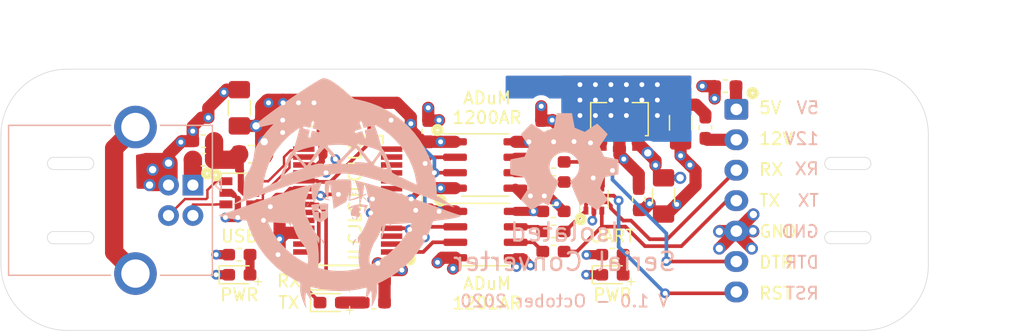
<source format=kicad_pcb>
(kicad_pcb (version 20171130) (host pcbnew "(5.1.7)-1")
  (layers (0 F.Cu signal) (1 In1.Cu power) (2 In2.Cu power) (31 B.Cu signal) (34 B.Paste user) (35 F.Paste user) (36 B.SilkS user) (37 F.SilkS user) (38 B.Mask user) (39 F.Mask user) (44 Edge.Cuts user))
  (net 0 "")
  (net 1 /V_USB_FUSED)
  (net 2 GNDREF)
  (net 3 "Net-(C2-Pad1)")
  (net 4 +5VL)
  (net 5 +5VP)
  (net 6 GND)
  (net 7 /Vin)
  (net 8 "Net-(D1-Pad2)")
  (net 9 "Net-(D2-Pad2)")
  (net 10 "Net-(D3-Pad2)")
  (net 11 "Net-(D4-Pad2)")
  (net 12 /V_USB)
  (net 13 "Net-(F2-Pad2)")
  (net 14 "Net-(F3-Pad2)")
  (net 15 "Net-(J1-Pad5)")
  (net 16 /DTR)
  (net 17 /RX_CONN)
  (net 18 /TX_CONN)
  (net 19 "Net-(R6-Pad2)")
  (net 20 /D-)
  (net 21 /D+)
  (net 22 /D_PROTECTED+)
  (net 23 /D_PROTECTED-)
  (net 24 /TXLED)
  (net 25 /RXLED)
  (net 26 /RST_PROTECTED)
  (net 27 /DTR_PROTECTED)
  (net 28 /RST)
  (net 29 "Net-(R8-Pad2)")
  (net 30 "Net-(R9-Pad2)")
  (net 31 /TX)
  (net 32 /RX)
  (net 33 "Net-(R7-Pad2)")
  (module Symbol:OSHW-Symbol_8.9x8mm_SilkScreen (layer B.Cu) (at 130.81 97.155 180)
    (fp_text reference REF** hide)
    (fp_text value OSHW-Symbol_8.9x8mm_SilkScreen hide)
  )
  (module megumin_logo:megumin_logo_20mmx18.9mm (layer B.Cu) (at 112.395 99.695 180)
    (fp_text reference G*** hide)
    (fp_text value LOGO hide)
  )
  (module Connector_JST:JST_XH_B7B-XH-A_1x07_P2.50mm_Vertical_noCourtyard (layer B.Cu) (at 144.907 92.837 270)
    (fp_text reference J2 hide)
    (fp_text value UART)
    (pad 7 thru_hole oval (at 15 0 270) (size 1.7 1.95) (drill 0.95) (layers *.Cu *.Mask) (net 26 /RST_PROTECTED))
    (pad 6 thru_hole oval (at 12.5 0 270) (size 1.7 1.95) (drill 0.95) (layers *.Cu *.Mask) (net 27 /DTR_PROTECTED))
    (pad 5 thru_hole oval (at 10 0 270) (size 1.7 1.95) (drill 0.95) (layers *.Cu *.Mask) (net 6 GND))
    (pad 4 thru_hole oval (at 7.5 0 270) (size 1.7 1.95) (drill 0.95) (layers *.Cu *.Mask) (net 18 /TX_CONN))
    (pad 3 thru_hole oval (at 5 0 270) (size 1.7 1.95) (drill 0.95) (layers *.Cu *.Mask) (net 17 /RX_CONN))
    (pad 2 thru_hole oval (at 2.5 0 270) (size 1.7 1.95) (drill 0.95) (layers *.Cu *.Mask) (net 13 "Net-(F2-Pad2)"))
    (pad 1 thru_hole roundrect (at 0 0 270) (size 1.7 1.95) (drill 0.95) (layers *.Cu *.Mask) (roundrect_rratio 0.1470588235294118) (net 14 "Net-(F3-Pad2)"))
  )
  (module Fuse:Fuse_0603_1608Metric_Pad1.05x0.95mm_HandSolder (layer F.Cu) (at 144.004 90.932)
    (fp_text reference F3 hide)
    (fp_text value "150 mA")
    (pad 1 smd roundrect (at -0.875 0) (size 1.05 0.95) (layers F.Cu F.Paste F.Mask) (net 5 +5VP))
    (pad 2 smd roundrect (at 0.875 0) (size 1.05 0.95) (layers F.Cu F.Paste F.Mask) (net 14 "Net-(F3-Pad2)"))
  )
  (module Fuse:Fuse_0603_1608Metric_Pad1.05x0.95mm_HandSolder (layer F.Cu) (at 142.367 94.347 270)
    (fp_text reference F2 hide)
    (fp_text value "150 mA")
    (pad 1 smd roundrect (at -0.875 0 270) (size 1.05 0.95) (layers F.Cu F.Paste F.Mask) (net 7 /Vin))
    (pad 2 smd roundrect (at 0.875 0 270) (size 1.05 0.95) (layers F.Cu F.Paste F.Mask) (net 13 "Net-(F2-Pad2)"))
  )
  (module Package_TO_SOT_SMD:SOT-89-3 (layer F.Cu) (at 135.3185 93.9415 90)
    (fp_text reference U6 hide)
    (fp_text value HT7550-1-SOT89)
    (pad 1 smd rect (at -1.65 -1.5 90) (size 1.3 0.9) (layers F.Cu F.Paste F.Mask) (net 6 GND))
    (pad 3 smd rect (at -1.65 1.5 90) (size 1.3 0.9) (layers F.Cu F.Paste F.Mask) (net 5 +5VP))
    (pad 2 smd custom (at -1.5625 0 90) (size 1.475 0.9) (layers F.Cu F.Paste F.Mask) (net 7 /Vin) (options (clearance outline) (anchor rect)) (primitives (gr_poly (pts (xy 0.7375 -0.8665) (xy 3.8625 -0.8665) (xy 3.8625 0.8665) (xy 0.7375 0.8665)) (width 0))))
  )
  (module Connector_USB:USB_B_OST_USB-B1HSxx_Horizontal (layer B.Cu) (at 100.33 99.06 180)
    (fp_text reference J1 hide)
    (fp_text value USB_B hide)
    (pad 1 thru_hole rect (at 0 0 180) (size 1.7 1.7) (drill 0.92) (layers *.Cu *.Mask) (net 12 /V_USB))
    (pad 2 thru_hole circle (at 0 -2.5 180) (size 1.7 1.7) (drill 0.92) (layers *.Cu *.Mask) (net 20 /D-))
    (pad 3 thru_hole circle (at 2 -2.5 180) (size 1.7 1.7) (drill 0.92) (layers *.Cu *.Mask) (net 21 /D+))
    (pad 4 thru_hole circle (at 2 0 180) (size 1.7 1.7) (drill 0.92) (layers *.Cu *.Mask) (net 2 GNDREF))
    (pad 5 thru_hole circle (at 4.71 4.77 180) (size 3.5 3.5) (drill 2.33) (layers *.Cu *.Mask) (net 15 "Net-(J1-Pad5)"))
    (pad 5 thru_hole circle (at 4.71 -7.27 180) (size 3.5 3.5) (drill 2.33) (layers *.Cu *.Mask) (net 15 "Net-(J1-Pad5)"))
  )
  (module Package_SO:SSOP-28_5.3x10.2mm_P0.65mm (layer F.Cu) (at 113.03 100.33 180)
    (fp_text reference U2 hide)
    (fp_text value FT232RL hide)
    (pad 1 smd rect (at -3.6 -4.225 180) (size 1.75 0.45) (layers F.Cu F.Paste F.Mask) (net 31 /TX))
    (pad 2 smd rect (at -3.6 -3.575 180) (size 1.75 0.45) (layers F.Cu F.Paste F.Mask) (net 16 /DTR))
    (pad 3 smd rect (at -3.6 -2.925 180) (size 1.75 0.45) (layers F.Cu F.Paste F.Mask))
    (pad 4 smd rect (at -3.6 -2.275 180) (size 1.75 0.45) (layers F.Cu F.Paste F.Mask) (net 4 +5VL))
    (pad 5 smd rect (at -3.6 -1.625 180) (size 1.75 0.45) (layers F.Cu F.Paste F.Mask) (net 32 /RX))
    (pad 6 smd rect (at -3.6 -0.975 180) (size 1.75 0.45) (layers F.Cu F.Paste F.Mask))
    (pad 7 smd rect (at -3.6 -0.325 180) (size 1.75 0.45) (layers F.Cu F.Paste F.Mask) (net 2 GNDREF))
    (pad 8 smd rect (at -3.6 0.325 180) (size 1.75 0.45) (layers F.Cu F.Paste F.Mask))
    (pad 9 smd rect (at -3.6 0.975 180) (size 1.75 0.45) (layers F.Cu F.Paste F.Mask))
    (pad 10 smd rect (at -3.6 1.625 180) (size 1.75 0.45) (layers F.Cu F.Paste F.Mask))
    (pad 11 smd rect (at -3.6 2.275 180) (size 1.75 0.45) (layers F.Cu F.Paste F.Mask))
    (pad 12 smd rect (at -3.6 2.925 180) (size 1.75 0.45) (layers F.Cu F.Paste F.Mask))
    (pad 13 smd rect (at -3.6 3.575 180) (size 1.75 0.45) (layers F.Cu F.Paste F.Mask))
    (pad 14 smd rect (at -3.6 4.225 180) (size 1.75 0.45) (layers F.Cu F.Paste F.Mask))
    (pad 15 smd rect (at 3.6 4.225 180) (size 1.75 0.45) (layers F.Cu F.Paste F.Mask) (net 22 /D_PROTECTED+))
    (pad 16 smd rect (at 3.6 3.575 180) (size 1.75 0.45) (layers F.Cu F.Paste F.Mask) (net 23 /D_PROTECTED-))
    (pad 17 smd rect (at 3.6 2.925 180) (size 1.75 0.45) (layers F.Cu F.Paste F.Mask) (net 3 "Net-(C2-Pad1)"))
    (pad 18 smd rect (at 3.6 2.275 180) (size 1.75 0.45) (layers F.Cu F.Paste F.Mask) (net 2 GNDREF))
    (pad 19 smd rect (at 3.6 1.625 180) (size 1.75 0.45) (layers F.Cu F.Paste F.Mask) (net 28 /RST))
    (pad 20 smd rect (at 3.6 0.975 180) (size 1.75 0.45) (layers F.Cu F.Paste F.Mask) (net 4 +5VL))
    (pad 21 smd rect (at 3.6 0.325 180) (size 1.75 0.45) (layers F.Cu F.Paste F.Mask) (net 2 GNDREF))
    (pad 22 smd rect (at 3.6 -0.325 180) (size 1.75 0.45) (layers F.Cu F.Paste F.Mask) (net 25 /RXLED))
    (pad 23 smd rect (at 3.6 -0.975 180) (size 1.75 0.45) (layers F.Cu F.Paste F.Mask) (net 24 /TXLED))
    (pad 24 smd rect (at 3.6 -1.625 180) (size 1.75 0.45) (layers F.Cu F.Paste F.Mask))
    (pad 25 smd rect (at 3.6 -2.275 180) (size 1.75 0.45) (layers F.Cu F.Paste F.Mask) (net 2 GNDREF))
    (pad 26 smd rect (at 3.6 -2.925 180) (size 1.75 0.45) (layers F.Cu F.Paste F.Mask) (net 2 GNDREF))
    (pad 27 smd rect (at 3.6 -3.575 180) (size 1.75 0.45) (layers F.Cu F.Paste F.Mask))
    (pad 28 smd rect (at 3.6 -4.225 180) (size 1.75 0.45) (layers F.Cu F.Paste F.Mask))
  )
  (module Capacitor_SMD:C_0603_1608Metric_Pad1.05x0.95mm_HandSolder (layer F.Cu) (at 101.1936 95.4532 180)
    (fp_text reference C1 hide)
    (fp_text value "100 nF")
    (pad 1 smd roundrect (at -0.875 0 180) (size 1.05 0.95) (layers F.Cu F.Paste F.Mask) (net 1 /V_USB_FUSED))
    (pad 2 smd roundrect (at 0.875 0 180) (size 1.05 0.95) (layers F.Cu F.Paste F.Mask) (net 2 GNDREF))
  )
  (module LED_SMD:LED_0603_1608Metric_Pad1.05x0.95mm_HandSolder (layer F.Cu) (at 104.14 106.426)
    (fp_text reference D1 hide)
    (fp_text value LED_P_A)
    (pad 2 smd roundrect (at 0.875 0) (size 1.05 0.95) (layers F.Cu F.Paste F.Mask) (net 8 "Net-(D1-Pad2)"))
    (pad 1 smd roundrect (at -0.875 0) (size 1.05 0.95) (layers F.Cu F.Paste F.Mask) (net 2 GNDREF))
  )
  (module Resistor_SMD:R_0603_1608Metric_Pad1.05x0.95mm_HandSolder (layer F.Cu) (at 104.14 104.775 180)
    (fp_text reference R1 hide)
    (fp_text value 3.3k)
    (pad 1 smd roundrect (at -0.875 0 180) (size 1.05 0.95) (layers F.Cu F.Paste F.Mask) (net 8 "Net-(D1-Pad2)"))
    (pad 2 smd roundrect (at 0.875 0 180) (size 1.05 0.95) (layers F.Cu F.Paste F.Mask) (net 4 +5VL))
  )
  (module Capacitor_SMD:C_1206_3216Metric_Pad1.42x1.75mm_HandSolder (layer F.Cu) (at 104.14 92.71 90)
    (fp_text reference C4 hide)
    (fp_text value "4.7 uF")
    (pad 1 smd roundrect (at -1.4875 0 90) (size 1.425 1.75) (layers F.Cu F.Paste F.Mask) (roundrect_rratio 0.1754385964912281) (net 4 +5VL))
    (pad 2 smd roundrect (at 1.4875 0 90) (size 1.425 1.75) (layers F.Cu F.Paste F.Mask) (roundrect_rratio 0.1754385964912281) (net 2 GNDREF))
  )
  (module Capacitor_SMD:C_0603_1608Metric_Pad1.05x0.95mm_HandSolder (layer F.Cu) (at 109.982 93.726 180)
    (fp_text reference C2 hide)
    (fp_text value "100 nF")
    (pad 2 smd roundrect (at 0.875 0 180) (size 1.05 0.95) (layers F.Cu F.Paste F.Mask) (net 2 GNDREF))
    (pad 1 smd roundrect (at -0.875 0 180) (size 1.05 0.95) (layers F.Cu F.Paste F.Mask) (net 3 "Net-(C2-Pad1)"))
  )
  (module Capacitor_SMD:C_0603_1608Metric_Pad1.05x0.95mm_HandSolder (layer F.Cu) (at 107.442 101.092 270)
    (fp_text reference C3 hide)
    (fp_text value "100 nF")
    (pad 1 smd roundrect (at -0.875 0 270) (size 1.05 0.95) (layers F.Cu F.Paste F.Mask) (net 4 +5VL))
    (pad 2 smd roundrect (at 0.875 0 270) (size 1.05 0.95) (layers F.Cu F.Paste F.Mask) (net 2 GNDREF))
  )
  (module Capacitor_SMD:C_0603_1608Metric_Pad1.05x0.95mm_HandSolder (layer F.Cu) (at 136.906 100.217 270)
    (fp_text reference C8 hide)
    (fp_text value "100 nF")
    (pad 2 smd roundrect (at 0.875 0 270) (size 1.05 0.95) (layers F.Cu F.Paste F.Mask) (net 6 GND))
    (pad 1 smd roundrect (at -0.875 0 270) (size 1.05 0.95) (layers F.Cu F.Paste F.Mask) (net 7 /Vin))
  )
  (module LED_SMD:LED_0603_1608Metric_Pad1.05x0.95mm_HandSolder (layer F.Cu) (at 134.747 106.426)
    (fp_text reference D2 hide)
    (fp_text value LED_P_B)
    (pad 1 smd roundrect (at -0.875 0) (size 1.05 0.95) (layers F.Cu F.Paste F.Mask) (net 6 GND))
    (pad 2 smd roundrect (at 0.875 0) (size 1.05 0.95) (layers F.Cu F.Paste F.Mask) (net 9 "Net-(D2-Pad2)"))
  )
  (module LED_SMD:LED_0603_1608Metric_Pad1.05x0.95mm_HandSolder (layer F.Cu) (at 111.633 108.712)
    (fp_text reference D4 hide)
    (fp_text value LED_Tx)
    (pad 2 smd roundrect (at 0.875 0) (size 1.05 0.95) (layers F.Cu F.Paste F.Mask) (net 11 "Net-(D4-Pad2)"))
    (pad 1 smd roundrect (at -0.875 0) (size 1.05 0.95) (layers F.Cu F.Paste F.Mask) (net 24 /TXLED))
  )
  (module LED_SMD:LED_0603_1608Metric_Pad1.05x0.95mm_HandSolder (layer F.Cu) (at 111.633 106.934)
    (fp_text reference D3 hide)
    (fp_text value LED_Rx)
    (pad 1 smd roundrect (at -0.875 0) (size 1.05 0.95) (layers F.Cu F.Paste F.Mask) (net 25 /RXLED))
    (pad 2 smd roundrect (at 0.875 0) (size 1.05 0.95) (layers F.Cu F.Paste F.Mask) (net 10 "Net-(D3-Pad2)"))
  )
  (module Fuse:Fuse_0603_1608Metric_Pad1.05x0.95mm_HandSolder (layer F.Cu) (at 101.1936 96.9772)
    (fp_text reference F1 hide)
    (fp_text value "150 mA" hide)
    (pad 2 smd roundrect (at 0.875 0) (size 1.05 0.95) (layers F.Cu F.Paste F.Mask) (net 1 /V_USB_FUSED))
    (pad 1 smd roundrect (at -0.875 0) (size 1.05 0.95) (layers F.Cu F.Paste F.Mask) (net 12 /V_USB))
  )
  (module Inductor_SMD:L_0805_2012Metric_Pad1.15x1.40mm_HandSolder (layer F.Cu) (at 105.156 96.52 180)
    (fp_text reference FB1 hide)
    (fp_text value "120 @ 100 Mhz")
    (pad 1 smd roundrect (at -1.025 0 180) (size 1.15 1.4) (layers F.Cu F.Paste F.Mask) (roundrect_rratio 0.2173904347826087) (net 4 +5VL))
    (pad 2 smd roundrect (at 1.025 0 180) (size 1.15 1.4) (layers F.Cu F.Paste F.Mask) (roundrect_rratio 0.2173904347826087) (net 1 /V_USB_FUSED))
  )
  (module Resistor_SMD:R_0603_1608Metric_Pad1.05x0.95mm_HandSolder (layer F.Cu) (at 134.747 104.775 180)
    (fp_text reference R2 hide)
    (fp_text value 3.3k)
    (pad 2 smd roundrect (at 0.875 0 180) (size 1.05 0.95) (layers F.Cu F.Paste F.Mask) (net 5 +5VP))
    (pad 1 smd roundrect (at -0.875 0 180) (size 1.05 0.95) (layers F.Cu F.Paste F.Mask) (net 9 "Net-(D2-Pad2)"))
  )
  (module Resistor_SMD:R_0603_1608Metric_Pad1.05x0.95mm_HandSolder (layer F.Cu) (at 115.175 108.712 180)
    (fp_text reference R4 hide)
    (fp_text value 3.3k)
    (pad 2 smd roundrect (at 0.875 0 180) (size 1.05 0.95) (layers F.Cu F.Paste F.Mask) (net 11 "Net-(D4-Pad2)"))
    (pad 1 smd roundrect (at -0.875 0 180) (size 1.05 0.95) (layers F.Cu F.Paste F.Mask) (net 4 +5VL))
  )
  (module Resistor_SMD:R_0603_1608Metric_Pad1.05x0.95mm_HandSolder (layer F.Cu) (at 115.175 106.934 180)
    (fp_text reference R3 hide)
    (fp_text value 3.3k)
    (pad 1 smd roundrect (at -0.875 0 180) (size 1.05 0.95) (layers F.Cu F.Paste F.Mask) (net 4 +5VL))
    (pad 2 smd roundrect (at 0.875 0 180) (size 1.05 0.95) (layers F.Cu F.Paste F.Mask) (net 10 "Net-(D3-Pad2)"))
  )
  (module Resistor_SMD:R_0603_1608Metric_Pad1.05x0.95mm_HandSolder (layer F.Cu) (at 129.907 104.521 180)
    (fp_text reference R7 hide)
    (fp_text value 200)
    (pad 1 smd roundrect (at -0.875 0 180) (size 1.05 0.95) (layers F.Cu F.Paste F.Mask) (net 18 /TX_CONN))
    (pad 2 smd roundrect (at 0.875 0 180) (size 1.05 0.95) (layers F.Cu F.Paste F.Mask) (net 33 "Net-(R7-Pad2)"))
  )
  (module Resistor_SMD:R_0603_1608Metric_Pad1.05x0.95mm_HandSolder (layer F.Cu) (at 129.907 102.87 180)
    (fp_text reference R8 hide)
    (fp_text value 200)
    (pad 2 smd roundrect (at 0.875 0 180) (size 1.05 0.95) (layers F.Cu F.Paste F.Mask) (net 29 "Net-(R8-Pad2)"))
    (pad 1 smd roundrect (at -0.875 0 180) (size 1.05 0.95) (layers F.Cu F.Paste F.Mask) (net 17 /RX_CONN))
  )
  (module Package_TO_SOT_SMD:SOT-23-6 (layer F.Cu) (at 104.14 99.695)
    (fp_text reference U1 hide)
    (fp_text value USBLC6-2SC6)
    (pad 1 smd rect (at -1.1 -0.95) (size 1.06 0.65) (layers F.Cu F.Paste F.Mask) (net 21 /D+))
    (pad 2 smd rect (at -1.1 0) (size 1.06 0.65) (layers F.Cu F.Paste F.Mask) (net 2 GNDREF))
    (pad 3 smd rect (at -1.1 0.95) (size 1.06 0.65) (layers F.Cu F.Paste F.Mask) (net 20 /D-))
    (pad 4 smd rect (at 1.1 0.95) (size 1.06 0.65) (layers F.Cu F.Paste F.Mask) (net 23 /D_PROTECTED-))
    (pad 6 smd rect (at 1.1 -0.95) (size 1.06 0.65) (layers F.Cu F.Paste F.Mask) (net 22 /D_PROTECTED+))
    (pad 5 smd rect (at 1.1 0) (size 1.06 0.65) (layers F.Cu F.Paste F.Mask) (net 1 /V_USB_FUSED))
  )
  (module Package_SO:SOIC-8_3.9x4.9mm_P1.27mm (layer F.Cu) (at 124.333 103.124)
    (fp_text reference U3 hide)
    (fp_text value ADuM1201AR hide)
    (pad 1 smd roundrect (at -2.475 -1.905) (size 1.95 0.6) (layers F.Cu F.Paste F.Mask) (net 4 +5VL))
    (pad 2 smd roundrect (at -2.475 -0.635) (size 1.95 0.6) (layers F.Cu F.Paste F.Mask) (net 32 /RX))
    (pad 3 smd roundrect (at -2.475 0.635) (size 1.95 0.6) (layers F.Cu F.Paste F.Mask) (net 31 /TX))
    (pad 4 smd roundrect (at -2.475 1.905) (size 1.95 0.6) (layers F.Cu F.Paste F.Mask) (net 2 GNDREF))
    (pad 5 smd roundrect (at 2.475 1.905) (size 1.95 0.6) (layers F.Cu F.Paste F.Mask) (net 6 GND))
    (pad 6 smd roundrect (at 2.475 0.635) (size 1.95 0.6) (layers F.Cu F.Paste F.Mask) (net 33 "Net-(R7-Pad2)"))
    (pad 7 smd roundrect (at 2.475 -0.635) (size 1.95 0.6) (layers F.Cu F.Paste F.Mask) (net 29 "Net-(R8-Pad2)"))
    (pad 8 smd roundrect (at 2.475 -1.905) (size 1.95 0.6) (layers F.Cu F.Paste F.Mask) (net 5 +5VP))
  )
  (module Capacitor_SMD:C_1206_3216Metric_Pad1.42x1.75mm_HandSolder (layer F.Cu) (at 138.938 99.949 270)
    (fp_text reference C7 hide)
    (fp_text value "4.7 uF")
    (pad 1 smd roundrect (at -1.4875 0 270) (size 1.425 1.75) (layers F.Cu F.Paste F.Mask) (roundrect_rratio 0.1754385964912281) (net 5 +5VP))
    (pad 2 smd roundrect (at 1.4875 0 270) (size 1.425 1.75) (layers F.Cu F.Paste F.Mask) (roundrect_rratio 0.1754385964912281) (net 6 GND))
  )
  (module Capacitor_SMD:C_0603_1608Metric_Pad1.05x0.95mm_HandSolder (layer F.Cu) (at 129.907 101.219 180)
    (fp_text reference C10 hide)
    (fp_text value "100 nF")
    (pad 1 smd roundrect (at -0.875 0 180) (size 1.05 0.95) (layers F.Cu F.Paste F.Mask) (net 6 GND))
    (pad 2 smd roundrect (at 0.875 0 180) (size 1.05 0.95) (layers F.Cu F.Paste F.Mask) (net 5 +5VP))
  )
  (module Capacitor_SMD:C_1206_3216Metric_Pad1.42x1.75mm_HandSolder (layer F.Cu) (at 140.335 93.9435 270)
    (fp_text reference C11 hide)
    (fp_text value "4.7 uF")
    (pad 2 smd roundrect (at 1.4875 0 270) (size 1.425 1.75) (layers F.Cu F.Paste F.Mask) (roundrect_rratio 0.1754385964912281) (net 6 GND))
    (pad 1 smd roundrect (at -1.4875 0 270) (size 1.425 1.75) (layers F.Cu F.Paste F.Mask) (roundrect_rratio 0.1754385964912281) (net 7 /Vin))
  )
  (module Capacitor_SMD:C_0603_1608Metric_Pad1.05x0.95mm_HandSolder (layer F.Cu) (at 128.905 94.629 270)
    (fp_text reference C9 hide)
    (fp_text value "100 nF")
    (pad 1 smd roundrect (at -0.875 0 270) (size 1.05 0.95) (layers F.Cu F.Paste F.Mask) (net 6 GND))
    (pad 2 smd roundrect (at 0.875 0 270) (size 1.05 0.95) (layers F.Cu F.Paste F.Mask) (net 5 +5VP))
  )
  (module Resistor_SMD:R_0603_1608Metric_Pad1.05x0.95mm_HandSolder (layer F.Cu) (at 113.919 93.726)
    (fp_text reference R5 hide)
    (fp_text value 10k)
    (pad 1 smd roundrect (at -0.875 0) (size 1.05 0.95) (layers F.Cu F.Paste F.Mask) (net 4 +5VL))
    (pad 2 smd roundrect (at 0.875 0) (size 1.05 0.95) (layers F.Cu F.Paste F.Mask) (net 28 /RST))
  )
  (module Resistor_SMD:R_0603_1608Metric_Pad1.05x0.95mm_HandSolder (layer F.Cu) (at 129.907 98.806 180)
    (fp_text reference R6 hide)
    (fp_text value 200)
    (pad 2 smd roundrect (at 0.875 0 180) (size 1.05 0.95) (layers F.Cu F.Paste F.Mask) (net 19 "Net-(R6-Pad2)"))
    (pad 1 smd roundrect (at -0.875 0 180) (size 1.05 0.95) (layers F.Cu F.Paste F.Mask) (net 26 /RST_PROTECTED))
  )
  (module Resistor_SMD:R_0603_1608Metric_Pad1.05x0.95mm_HandSolder (layer F.Cu) (at 129.907 97.155 180)
    (fp_text reference R9 hide)
    (fp_text value 200)
    (pad 1 smd roundrect (at -0.875 0 180) (size 1.05 0.95) (layers F.Cu F.Paste F.Mask) (net 27 /DTR_PROTECTED))
    (pad 2 smd roundrect (at 0.875 0 180) (size 1.05 0.95) (layers F.Cu F.Paste F.Mask) (net 30 "Net-(R9-Pad2)"))
  )
  (module Package_SO:SOIC-8_3.9x4.9mm_P1.27mm (layer F.Cu) (at 124.3076 97.409)
    (fp_text reference U4 hide)
    (fp_text value ADuM1200AR hide)
    (pad 1 smd roundrect (at -2.475 -1.905) (size 1.95 0.6) (layers F.Cu F.Paste F.Mask) (net 4 +5VL))
    (pad 2 smd roundrect (at -2.475 -0.635) (size 1.95 0.6) (layers F.Cu F.Paste F.Mask) (net 16 /DTR))
    (pad 3 smd roundrect (at -2.475 0.635) (size 1.95 0.6) (layers F.Cu F.Paste F.Mask) (net 28 /RST))
    (pad 4 smd roundrect (at -2.475 1.905) (size 1.95 0.6) (layers F.Cu F.Paste F.Mask) (net 2 GNDREF))
    (pad 5 smd roundrect (at 2.475 1.905) (size 1.95 0.6) (layers F.Cu F.Paste F.Mask) (net 6 GND))
    (pad 6 smd roundrect (at 2.475 0.635) (size 1.95 0.6) (layers F.Cu F.Paste F.Mask) (net 19 "Net-(R6-Pad2)"))
    (pad 7 smd roundrect (at 2.475 -0.635) (size 1.95 0.6) (layers F.Cu F.Paste F.Mask) (net 30 "Net-(R9-Pad2)"))
    (pad 8 smd roundrect (at 2.475 -1.905) (size 1.95 0.6) (layers F.Cu F.Paste F.Mask) (net 5 +5VP))
  )
  (module Package_TO_SOT_SMD:SOT-363_SC-70-6 (layer F.Cu) (at 133.223 100.203 90)
    (fp_text reference U5 hide)
    (fp_text value NUP4202)
    (pad 1 smd rect (at -0.95 -0.65 90) (size 0.65 0.4) (layers F.Cu F.Paste F.Mask) (net 17 /RX_CONN))
    (pad 3 smd rect (at -0.95 0.65 90) (size 0.65 0.4) (layers F.Cu F.Paste F.Mask) (net 18 /TX_CONN))
    (pad 5 smd rect (at 0.95 0 90) (size 0.65 0.4) (layers F.Cu F.Paste F.Mask) (net 5 +5VP))
    (pad 2 smd rect (at -0.95 0 90) (size 0.65 0.4) (layers F.Cu F.Paste F.Mask) (net 6 GND))
    (pad 4 smd rect (at 0.95 0.65 90) (size 0.65 0.4) (layers F.Cu F.Paste F.Mask) (net 27 /DTR_PROTECTED))
    (pad 6 smd rect (at 0.95 -0.65 90) (size 0.65 0.4) (layers F.Cu F.Paste F.Mask) (net 26 /RST_PROTECTED))
  )
  (module Capacitor_SMD:C_0603_1608Metric_Pad1.05x0.95mm_HandSolder (layer F.Cu) (at 119.634 100.217 90)
    (fp_text reference C5 hide)
    (fp_text value "100 nF")
    (pad 2 smd roundrect (at 0.875 0 90) (size 1.05 0.95) (layers F.Cu F.Paste F.Mask) (net 2 GNDREF))
    (pad 1 smd roundrect (at -0.875 0 90) (size 1.05 0.95) (layers F.Cu F.Paste F.Mask) (net 4 +5VL))
  )
  (module Capacitor_SMD:C_0603_1608Metric_Pad1.05x0.95mm_HandSolder (layer F.Cu) (at 119.634 94.629 270)
    (fp_text reference C6 hide)
    (fp_text value "100 nF")
    (pad 1 smd roundrect (at -0.875 0 270) (size 1.05 0.95) (layers F.Cu F.Paste F.Mask) (net 2 GNDREF))
    (pad 2 smd roundrect (at 0.875 0 270) (size 1.05 0.95) (layers F.Cu F.Paste F.Mask) (net 4 +5VL))
  )
  (gr_text "ADuM\n1201AR" (at 124.46 107.95) (layer F.SilkS) (effects (font (size 1 1))))
  (gr_text "ADuM\n1200AR" (at 124.46 92.71) (layer F.SilkS) (effects (font (size 1 1))))
  (gr_text PWR (at 104.14 108.077) (layer F.SilkS) (effects (font (size 1 1))))
  (gr_text "V 1.0 - October 2020" (at 130.81 108.585) (layer B.SilkS) (effects (font (size 1 1)) (justify mirror)))
  (gr_text "Isolated\nSerial Converter" (at 130.81 104.14) (layer B.SilkS) (effects (font (size 1.5 1.5) (thickness 0.2)) (justify mirror)))
  (gr_text + (at 136.271 106.934) (layer F.SilkS) (effects (font (size 0.8 0.8) (thickness 0.1))))
  (gr_text + (at 113.1824 107.4928) (layer F.SilkS) (effects (font (size 0.8 0.8) (thickness 0.1))))
  (gr_text + (at 113.1824 109.2708) (layer F.SilkS) (effects (font (size 0.8 0.8) (thickness 0.1))))
  (gr_text + (at 105.664 106.934) (layer F.SilkS) (effects (font (size 0.8 0.8) (thickness 0.1))))
  (gr_circle (center 146.2405 91.5035) (end 146.3421 91.5035) (layer F.SilkS) (width 0.4))
  (gr_circle (center 132.1308 101.854) (end 132.2324 101.854) (layer F.SilkS) (width 0.4))
  (gr_circle (center 120.65 100.33) (end 120.7516 100.33) (layer F.SilkS) (width 0.4))
  (gr_circle (center 132.9436 96.4692) (end 133.0452 96.4692) (layer F.SilkS) (width 0.4))
  (gr_circle (center 120.396 94.5388) (end 120.4976 94.5388) (layer F.SilkS) (width 0.4))
  (gr_circle (center 102.2096 98.2472) (end 102.3112 98.2472) (layer F.SilkS) (width 0.4))
  (gr_circle (center 101.4984 98.0948) (end 101.6 98.0948) (layer F.SilkS) (width 0.4))
  (gr_circle (center 118.11 105.156) (end 118.2116 105.156) (layer F.SilkS) (width 0.4))
  (gr_text RST (at 151.765 107.95) (layer B.SilkS) (effects (font (size 1 1)) (justify left mirror)))
  (gr_text DTR (at 151.765 105.41) (layer B.SilkS) (effects (font (size 1 1)) (justify left mirror)))
  (gr_text GND (at 151.765 102.87) (layer B.SilkS) (effects (font (size 1 1)) (justify left mirror)))
  (gr_text TX (at 151.765 100.33) (layer B.SilkS) (effects (font (size 1 1)) (justify left mirror)))
  (gr_text RX (at 151.765 97.7265) (layer B.SilkS) (effects (font (size 1 1)) (justify left mirror)))
  (gr_text 12V (at 151.765 95.25) (layer B.SilkS) (effects (font (size 1 1)) (justify left mirror)))
  (gr_text 5V (at 151.765 92.71) (layer B.SilkS) (effects (font (size 1 1)) (justify left mirror)))
  (gr_text RST (at 146.685 107.95) (layer F.SilkS) (effects (font (size 1 1)) (justify left)))
  (gr_text DTR (at 146.685 105.41) (layer F.SilkS) (effects (font (size 1 1)) (justify left)))
  (gr_text GND (at 146.685 102.87) (layer F.SilkS) (effects (font (size 1 1)) (justify left)))
  (gr_text TX (at 146.685 100.33) (layer F.SilkS) (effects (font (size 1 1)) (justify left)))
  (gr_text RX (at 146.685 97.79) (layer F.SilkS) (effects (font (size 1 1)) (justify left)))
  (gr_text 12V (at 146.685 95.25) (layer F.SilkS) (effects (font (size 1 1)) (justify left)))
  (gr_text 5V (at 146.685 92.71) (layer F.SilkS) (effects (font (size 1 1)) (justify left)))
  (gr_text PWR (at 134.747 108.077) (layer F.SilkS) (effects (font (size 1 1))))
  (gr_arc (start 155.321 94.869) (end 160.655 94.869) (angle -90) (layer Edge.Cuts) (width 0.05))
  (gr_arc (start 155.321 105.664) (end 155.321 110.998) (angle -90) (layer Edge.Cuts) (width 0.05))
  (gr_arc (start 90.043 105.537) (end 84.582 105.537) (angle -90) (layer Edge.Cuts) (width 0.05))
  (gr_text UART (at 134.747 103.251) (layer F.SilkS) (effects (font (size 1 1))))
  (gr_text USB (at 104.14 103.251) (layer F.SilkS) (effects (font (size 1 1))))
  (gr_text RX (at 108.204 106.934) (layer F.SilkS) (effects (font (size 1 1))))
  (gr_text TX (at 108.204 108.712) (layer F.SilkS) (effects (font (size 1 1))))
  (gr_text JLCJLCJLCJLC (at 113.6396 100.3808 90) (layer F.SilkS) (effects (font (size 1 1))))
  (gr_arc (start 90.043 94.996) (end 90.043 89.535) (angle -90) (layer Edge.Cuts) (width 0.05))
  (gr_arc (start 155.448 97.282) (end 155.448 97.782) (angle -180) (layer Edge.Cuts) (width 0.05))
  (gr_line (start 152.654 97.782) (end 155.448 97.782) (layer Edge.Cuts) (width 0.05))
  (gr_line (start 152.654 96.782) (end 155.448 96.782) (layer Edge.Cuts) (width 0.05))
  (gr_arc (start 152.654 97.282) (end 152.654 96.782) (angle -180) (layer Edge.Cuts) (width 0.05))
  (gr_line (start 152.654 103.878) (end 155.448 103.878) (layer Edge.Cuts) (width 0.05))
  (gr_line (start 152.654 102.878) (end 155.448 102.878) (layer Edge.Cuts) (width 0.05))
  (gr_arc (start 155.448 103.378) (end 155.448 103.878) (angle -180) (layer Edge.Cuts) (width 0.05))
  (gr_arc (start 152.654 103.378) (end 152.654 102.878) (angle -180) (layer Edge.Cuts) (width 0.05))
  (gr_arc (start 91.694 97.282) (end 91.694 97.79) (angle -180) (layer Edge.Cuts) (width 0.05))
  (gr_arc (start 88.9 97.282) (end 88.9 96.782) (angle -180) (layer Edge.Cuts) (width 0.05))
  (gr_line (start 88.9 97.782) (end 91.694 97.79) (layer Edge.Cuts) (width 0.05))
  (gr_line (start 88.9 96.782) (end 91.694 96.774) (layer Edge.Cuts) (width 0.05))
  (gr_line (start 88.9 102.87) (end 91.694 102.87) (layer Edge.Cuts) (width 0.05))
  (gr_arc (start 88.9 103.378) (end 88.9 102.87) (angle -180) (layer Edge.Cuts) (width 0.05))
  (gr_arc (start 91.7 103.378) (end 91.694 103.886) (angle -181.3533807) (layer Edge.Cuts) (width 0.05))
  (gr_line (start 88.9 103.886) (end 91.694 103.886) (layer Edge.Cuts) (width 0.05))
  (gr_line (start 160.655 94.869) (end 160.655 105.664) (layer Edge.Cuts) (width 0.05))
  (gr_line (start 155.321 89.535) (end 90.043 89.535) (layer Edge.Cuts) (width 0.05))
  (gr_line (start 155.321 110.998) (end 90.043 110.998) (layer Edge.Cuts) (width 0.05))
  (gr_line (start 84.582 105.537) (end 84.582 94.996) (layer Edge.Cuts) (width 0.05))
  (segment (start 104.524998 99.695) (end 104.259999 99.430001) (width 0.5) (layer F.Cu) (net 1))
  (segment (start 105.24 99.695) (end 104.524998 99.695) (width 0.5) (layer F.Cu) (net 1))
  (segment (start 104.259999 99.430001) (end 104.259999 96.648999) (width 0.5) (layer F.Cu) (net 1))
  (segment (start 103.6738 96.9772) (end 104.131 96.52) (width 1.5) (layer F.Cu) (net 1))
  (segment (start 102.0686 96.9772) (end 103.6738 96.9772) (width 1.5) (layer F.Cu) (net 1))
  (segment (start 102.0686 96.9772) (end 102.0686 95.4532) (width 1.5) (layer F.Cu) (net 1))
  (segment (start 103.505 99.695) (end 103.679999 99.869999) (width 0.5) (layer F.Cu) (net 2))
  (segment (start 103.04 99.695) (end 103.505 99.695) (width 0.5) (layer F.Cu) (net 2))
  (segment (start 107.948521 102.979999) (end 109.43 102.979999) (width 1) (layer F.Cu) (net 2))
  (segment (start 107.442 103.48652) (end 107.948521 102.979999) (width 1) (layer F.Cu) (net 2))
  (segment (start 116.63 100.655) (end 115.499 100.655) (width 0.3) (layer F.Cu) (net 2))
  (segment (start 98.298 99.06) (end 97.028 97.79) (width 1) (layer F.Cu) (net 2))
  (segment (start 98.33 99.06) (end 98.298 99.06) (width 1) (layer F.Cu) (net 2))
  (segment (start 98.33 99.06) (end 96.774 99.06) (width 1) (layer F.Cu) (net 2))
  (via (at 107.442 103.48652) (size 0.8) (drill 0.4) (layers F.Cu B.Cu) (net 2))
  (segment (start 107.442 101.967) (end 107.442 103.48652) (width 1) (layer F.Cu) (net 2))
  (segment (start 98.33 99.06) (end 98.33 97.25) (width 1.5) (layer F.Cu) (net 2))
  (via (at 101.594823 93.5228) (size 0.8) (drill 0.4) (layers F.Cu B.Cu) (net 2))
  (via (at 107.315 104.775) (size 0.8) (drill 0.4) (layers F.Cu B.Cu) (net 2))
  (segment (start 107.442 104.648) (end 107.315 104.775) (width 1) (layer F.Cu) (net 2))
  (segment (start 107.442 103.48652) (end 107.442 104.648) (width 1) (layer F.Cu) (net 2))
  (via (at 107.696 94.742) (size 0.8) (drill 0.4) (layers F.Cu B.Cu) (net 2))
  (segment (start 109.107 93.726) (end 109.107 93.759098) (width 0.75) (layer F.Cu) (net 2))
  (via (at 107.696 93.726) (size 0.8) (drill 0.4) (layers F.Cu B.Cu) (net 2))
  (segment (start 109.107 93.726) (end 107.696 93.726) (width 0.75) (layer F.Cu) (net 2))
  (segment (start 108.712 93.726) (end 107.696 94.742) (width 0.75) (layer F.Cu) (net 2))
  (segment (start 109.107 93.726) (end 108.712 93.726) (width 0.75) (layer F.Cu) (net 2))
  (via (at 112.268 99.822) (size 0.8) (drill 0.4) (layers F.Cu B.Cu) (net 2))
  (segment (start 111.252 99.822) (end 112.268 99.822) (width 0.3) (layer F.Cu) (net 2))
  (segment (start 103.505 99.695) (end 103.575002 99.695) (width 0.3) (layer F.Cu) (net 2))
  (segment (start 104.020001 101.330001) (end 104.020001 100.584) (width 0.5) (layer F.Cu) (net 2))
  (segment (start 104.020001 101.330001) (end 104.020001 100.179966) (width 0.5) (layer F.Cu) (net 2))
  (segment (start 103.535035 99.695) (end 104.020001 100.179966) (width 0.3) (layer F.Cu) (net 2))
  (segment (start 103.505 99.695) (end 103.535035 99.695) (width 0.3) (layer F.Cu) (net 2))
  (via (at 115.062 100.203) (size 0.8) (drill 0.4) (layers F.Cu B.Cu) (net 2))
  (segment (start 115.499 100.64) (end 115.062 100.203) (width 0.5) (layer F.Cu) (net 2))
  (segment (start 115.499 100.655) (end 115.499 100.64) (width 0.5) (layer F.Cu) (net 2))
  (segment (start 110.719452 100.005) (end 110.786616 99.937836) (width 0.3) (layer F.Cu) (net 2))
  (via (at 110.786616 99.937836) (size 0.8) (drill 0.4) (layers F.Cu B.Cu) (net 2))
  (segment (start 109.43 100.005) (end 110.719452 100.005) (width 0.3) (layer F.Cu) (net 2))
  (segment (start 111.136164 99.937836) (end 111.252 99.822) (width 0.3) (layer F.Cu) (net 2))
  (segment (start 110.786616 99.937836) (end 111.136164 99.937836) (width 0.3) (layer F.Cu) (net 2))
  (segment (start 111.241 98.055) (end 111.252 98.044) (width 0.3) (layer F.Cu) (net 2))
  (segment (start 109.43 98.055) (end 111.241 98.055) (width 0.3) (layer F.Cu) (net 2))
  (via (at 111.252 98.044) (size 0.8) (drill 0.4) (layers F.Cu B.Cu) (net 2))
  (via (at 114.9096 101.346) (size 0.8) (drill 0.4) (layers F.Cu B.Cu) (net 2))
  (segment (start 114.9096 101.2444) (end 114.9096 101.346) (width 0.3) (layer F.Cu) (net 2))
  (segment (start 115.499 100.655) (end 114.9096 101.2444) (width 0.3) (layer F.Cu) (net 2))
  (segment (start 115.054999 101.099001) (end 114.9096 101.2444) (width 0.3) (layer F.Cu) (net 2))
  (via (at 112.014 96.9264) (size 0.8) (drill 0.4) (layers F.Cu B.Cu) (net 2))
  (segment (start 111.252 98.044) (end 112.014 97.282) (width 0.3) (layer F.Cu) (net 2))
  (segment (start 112.014 97.282) (end 112.014 96.9264) (width 0.3) (layer F.Cu) (net 2))
  (via (at 119.634 92.71) (size 0.8) (drill 0.4) (layers F.Cu B.Cu) (net 2))
  (segment (start 119.634 93.754) (end 119.634 92.71) (width 1) (layer F.Cu) (net 2))
  (via (at 120.523 93.726) (size 0.8) (drill 0.4) (layers F.Cu B.Cu) (net 2))
  (segment (start 120.495 93.754) (end 120.523 93.726) (width 1) (layer F.Cu) (net 2))
  (segment (start 119.634 93.754) (end 120.495 93.754) (width 1) (layer F.Cu) (net 2))
  (segment (start 101.594823 93.5228) (end 101.594823 92.715177) (width 1) (layer F.Cu) (net 2))
  (segment (start 103.0875 91.2225) (end 104.14 91.2225) (width 1) (layer F.Cu) (net 2))
  (segment (start 101.594823 92.715177) (end 102.87 91.44) (width 1) (layer F.Cu) (net 2))
  (segment (start 102.87 91.44) (end 103.0875 91.2225) (width 1) (layer F.Cu) (net 2))
  (via (at 102.87 91.44) (size 0.8) (drill 0.4) (layers F.Cu B.Cu) (net 2))
  (segment (start 119.662 99.314) (end 119.634 99.342) (width 1) (layer F.Cu) (net 2))
  (segment (start 121.8326 99.314) (end 120.65 99.314) (width 1) (layer F.Cu) (net 2))
  (segment (start 116.63 100.655) (end 117.785 100.655) (width 0.3) (layer F.Cu) (net 2))
  (segment (start 119.098 99.342) (end 119.634 99.342) (width 0.5) (layer F.Cu) (net 2))
  (segment (start 117.785 100.655) (end 118.237 100.203) (width 0.5) (layer F.Cu) (net 2))
  (segment (start 120.65 99.314) (end 119.662 99.314) (width 1) (layer F.Cu) (net 2))
  (via (at 120.65 99.314) (size 0.8) (drill 0.4) (layers F.Cu B.Cu) (net 2))
  (segment (start 118.364 100.076) (end 119.098 99.342) (width 0.5) (layer F.Cu) (net 2))
  (segment (start 118.237 100.203) (end 118.364 100.076) (width 0.5) (layer F.Cu) (net 2))
  (via (at 118.237 100.203) (size 0.8) (drill 0.4) (layers F.Cu B.Cu) (net 2))
  (segment (start 120.777 105.029) (end 120.396 105.41) (width 1) (layer F.Cu) (net 2))
  (via (at 120.396 105.41) (size 0.8) (drill 0.4) (layers F.Cu B.Cu) (net 2))
  (segment (start 121.858 105.029) (end 120.777 105.029) (width 1) (layer F.Cu) (net 2))
  (via (at 121.666 105.918) (size 0.8) (drill 0.4) (layers F.Cu B.Cu) (net 2))
  (segment (start 121.858 105.726) (end 121.666 105.918) (width 1) (layer F.Cu) (net 2))
  (segment (start 121.858 105.029) (end 121.858 105.726) (width 1) (layer F.Cu) (net 2))
  (via (at 102.235 106.426) (size 0.8) (drill 0.4) (layers F.Cu B.Cu) (net 2))
  (segment (start 103.265 106.426) (end 102.235 106.426) (width 0.75) (layer F.Cu) (net 2))
  (via (at 104.013 101.727) (size 0.8) (drill 0.4) (layers F.Cu B.Cu) (net 2))
  (segment (start 104.020001 101.719999) (end 104.013 101.727) (width 0.75) (layer F.Cu) (net 2))
  (segment (start 104.020001 101.330001) (end 104.020001 101.719999) (width 0.75) (layer F.Cu) (net 2))
  (via (at 102.997 101.727) (size 0.8) (drill 0.4) (layers F.Cu B.Cu) (net 2))
  (segment (start 104.013 101.727) (end 102.997 101.727) (width 0.75) (layer F.Cu) (net 2))
  (segment (start 96.774 99.06) (end 96.774 99.06) (width 1) (layer F.Cu) (net 2))
  (via (at 96.774 99.06) (size 1) (drill 0.6) (layers F.Cu B.Cu) (net 2))
  (segment (start 97.028 97.79) (end 97.028 97.79) (width 1) (layer F.Cu) (net 2))
  (via (at 97.028 97.79) (size 1) (drill 0.6) (layers F.Cu B.Cu) (net 2))
  (via (at 98.33 97.25) (size 1) (drill 0.6) (layers F.Cu B.Cu) (net 2))
  (segment (start 100.3186 95.4532) (end 100.3186 94.6264) (width 1) (layer F.Cu) (net 2))
  (segment (start 101.0412 93.5228) (end 101.594823 93.5228) (width 1) (layer F.Cu) (net 2))
  (segment (start 100.3186 94.2454) (end 101.0412 93.5228) (width 1) (layer F.Cu) (net 2))
  (segment (start 100.3186 94.6264) (end 100.3186 94.2454) (width 1) (layer F.Cu) (net 2))
  (via (at 100.3186 94.6264) (size 0.8) (drill 0.4) (layers F.Cu B.Cu) (net 2))
  (segment (start 98.33 96.542894) (end 98.33 97.25) (width 1) (layer F.Cu) (net 2))
  (segment (start 99.419694 95.4532) (end 99.341447 95.531447) (width 1) (layer F.Cu) (net 2))
  (segment (start 100.3186 95.4532) (end 99.419694 95.4532) (width 1) (layer F.Cu) (net 2))
  (segment (start 99.341447 95.531447) (end 98.33 96.542894) (width 1) (layer F.Cu) (net 2))
  (via (at 99.341447 95.531447) (size 0.8) (drill 0.4) (layers F.Cu B.Cu) (net 2))
  (segment (start 109.43 97.405) (end 110.621 97.405) (width 0.3) (layer F.Cu) (net 3))
  (segment (start 110.857 95.396998) (end 110.998 95.537998) (width 0.75) (layer F.Cu) (net 3))
  (segment (start 110.998 95.537998) (end 110.998 96.600998) (width 0.75) (layer F.Cu) (net 3))
  (segment (start 110.857 93.726) (end 110.857 95.396998) (width 0.75) (layer F.Cu) (net 3))
  (segment (start 110.909999 96.688999) (end 110.998 96.600998) (width 0.5) (layer F.Cu) (net 3))
  (segment (start 110.909999 97.116001) (end 110.909999 96.688999) (width 0.5) (layer F.Cu) (net 3))
  (segment (start 110.621 97.405) (end 110.909999 97.116001) (width 0.5) (layer F.Cu) (net 3))
  (segment (start 108.304 99.355) (end 107.442 100.217) (width 0.3) (layer F.Cu) (net 4))
  (segment (start 109.43 99.355) (end 108.304 99.355) (width 0.3) (layer F.Cu) (net 4))
  (via (at 106.68 100.838) (size 0.8) (drill 0.4) (layers F.Cu B.Cu) (net 4))
  (segment (start 107.301 100.217) (end 106.68 100.838) (width 1) (layer F.Cu) (net 4))
  (segment (start 107.442 100.217) (end 107.301 100.217) (width 1) (layer F.Cu) (net 4))
  (segment (start 106.181 93.5281) (end 106.1863 93.5228) (width 1.5) (layer F.Cu) (net 4))
  (segment (start 106.181 96.52) (end 106.181 95.495) (width 1.5) (layer F.Cu) (net 4))
  (segment (start 106.1863 92.6478) (end 106.53311 92.30099) (width 1.5) (layer F.Cu) (net 4))
  (segment (start 106.1863 93.5228) (end 106.1863 92.6478) (width 1.5) (layer F.Cu) (net 4))
  (segment (start 111.636384 92.30099) (end 111.53401 92.30099) (width 1.5) (layer F.Cu) (net 4))
  (segment (start 106.181 95.0378) (end 106.181 93.5281) (width 1.5) (layer F.Cu) (net 4))
  (via (at 106.53311 92.30099) (size 0.8) (drill 0.4) (layers F.Cu B.Cu) (net 4))
  (segment (start 107.72401 92.30099) (end 106.53311 92.30099) (width 1.5) (layer F.Cu) (net 4))
  (via (at 107.72401 92.30099) (size 0.8) (drill 0.4) (layers F.Cu B.Cu) (net 4))
  (segment (start 108.99401 92.30099) (end 107.72401 92.30099) (width 1.5) (layer F.Cu) (net 4))
  (via (at 108.99401 92.30099) (size 0.8) (drill 0.4) (layers F.Cu B.Cu) (net 4))
  (segment (start 110.26401 92.30099) (end 108.99401 92.30099) (width 1.5) (layer F.Cu) (net 4))
  (via (at 110.26401 92.30099) (size 0.8) (drill 0.4) (layers F.Cu B.Cu) (net 4))
  (segment (start 111.53401 92.30099) (end 110.26401 92.30099) (width 1.5) (layer F.Cu) (net 4))
  (segment (start 116.064 106.043003) (end 115.500998 105.480001) (width 1) (layer F.Cu) (net 4))
  (via (at 115.500998 105.480001) (size 0.8) (drill 0.4) (layers F.Cu B.Cu) (net 4))
  (segment (start 116.05 108.712) (end 116.05 106.934) (width 1) (layer F.Cu) (net 4))
  (segment (start 116.05 106.057003) (end 116.064 106.043003) (width 1) (layer F.Cu) (net 4))
  (segment (start 116.05 106.934) (end 116.05 106.057003) (width 1) (layer F.Cu) (net 4))
  (segment (start 106.1212 101.3968) (end 106.1212 101.9556) (width 0.5) (layer F.Cu) (net 4))
  (segment (start 106.68 100.838) (end 106.1212 101.3968) (width 0.5) (layer F.Cu) (net 4))
  (via (at 106.1212 101.9556) (size 0.8) (drill 0.4) (layers F.Cu B.Cu) (net 4))
  (via (at 117.476979 106.043003) (size 0.8) (drill 0.4) (layers F.Cu B.Cu) (net 4))
  (segment (start 116.064 106.043003) (end 117.476979 106.043003) (width 1) (layer F.Cu) (net 4))
  (segment (start 121.8326 95.504) (end 120.65 95.504) (width 1) (layer F.Cu) (net 4))
  (segment (start 112.09399 92.30099) (end 111.53401 92.30099) (width 1.5) (layer F.Cu) (net 4))
  (segment (start 113.044 93.251) (end 112.09399 92.30099) (width 1.5) (layer F.Cu) (net 4))
  (segment (start 113.044 93.726) (end 113.044 93.251) (width 1.5) (layer F.Cu) (net 4))
  (segment (start 120.65 95.504) (end 119.634 95.504) (width 1) (layer F.Cu) (net 4))
  (via (at 120.65 95.504) (size 0.8) (drill 0.4) (layers F.Cu B.Cu) (net 4))
  (segment (start 118.205001 93.462999) (end 117.042992 92.30099) (width 1) (layer F.Cu) (net 4))
  (segment (start 118.205001 94.550001) (end 118.205001 94.011999) (width 1) (layer F.Cu) (net 4))
  (segment (start 119.159 95.504) (end 118.205001 94.550001) (width 1) (layer F.Cu) (net 4))
  (segment (start 117.042992 92.30099) (end 112.09399 92.30099) (width 1) (layer F.Cu) (net 4))
  (segment (start 119.634 95.504) (end 119.159 95.504) (width 1) (layer F.Cu) (net 4))
  (segment (start 118.205001 94.011999) (end 118.205001 93.462999) (width 1) (layer F.Cu) (net 4))
  (via (at 118.205001 94.011999) (size 0.8) (drill 0.4) (layers F.Cu B.Cu) (net 4))
  (segment (start 105.5116 94.1975) (end 105.5116 94.1975) (width 1) (layer F.Cu) (net 4))
  (segment (start 104.14 94.1975) (end 105.5116 94.1975) (width 1) (layer F.Cu) (net 4))
  (via (at 118.11 102.705) (size 0.8) (drill 0.4) (layers F.Cu B.Cu) (net 4))
  (segment (start 118.01 102.605) (end 118.11 102.705) (width 0.3) (layer F.Cu) (net 4))
  (segment (start 116.63 102.605) (end 118.01 102.605) (width 0.3) (layer F.Cu) (net 4))
  (segment (start 119.761 101.219) (end 119.634 101.092) (width 1) (layer F.Cu) (net 4))
  (segment (start 121.858 101.219) (end 120.523 101.219) (width 1) (layer F.Cu) (net 4))
  (segment (start 120.523 101.219) (end 119.761 101.219) (width 1) (layer F.Cu) (net 4))
  (via (at 120.523 101.219) (size 0.8) (drill 0.4) (layers F.Cu B.Cu) (net 4))
  (via (at 118.606045 101.132413) (size 0.8) (drill 0.4) (layers F.Cu B.Cu) (net 4))
  (segment (start 118.646458 101.092) (end 118.606045 101.132413) (width 0.75) (layer F.Cu) (net 4))
  (segment (start 119.634 101.092) (end 118.646458 101.092) (width 0.75) (layer F.Cu) (net 4))
  (via (at 102.235 104.775) (size 0.8) (drill 0.4) (layers F.Cu B.Cu) (net 4))
  (segment (start 103.265 104.775) (end 102.235 104.775) (width 0.75) (layer F.Cu) (net 4))
  (segment (start 106.181 95.495) (end 106.181 95.0378) (width 1.5) (layer F.Cu) (net 4))
  (via (at 106.181 95.495) (size 1) (drill 0.6) (layers F.Cu B.Cu) (net 4))
  (segment (start 105.5116 94.1975) (end 106.181 93.5281) (width 1) (layer F.Cu) (net 4))
  (via (at 105.5116 94.1975) (size 1) (drill 0.6) (layers F.Cu B.Cu) (net 4))
  (segment (start 126.7826 95.504) (end 127.889 95.504) (width 1) (layer F.Cu) (net 5))
  (segment (start 127.889 95.504) (end 128.905 95.504) (width 1) (layer F.Cu) (net 5))
  (via (at 127.889 95.504) (size 0.8) (drill 0.4) (layers F.Cu B.Cu) (net 5))
  (via (at 129.921 95.504) (size 0.8) (drill 0.4) (layers F.Cu B.Cu) (net 5))
  (segment (start 128.905 95.504) (end 129.921 95.504) (width 1) (layer F.Cu) (net 5))
  (segment (start 138.279 97.8025) (end 138.938 98.4615) (width 0.5) (layer F.Cu) (net 5))
  (segment (start 140.4255 98.4615) (end 140.462 98.425) (width 0.5) (layer F.Cu) (net 5))
  (segment (start 138.938 98.4615) (end 140.2985 98.4615) (width 0.5) (layer F.Cu) (net 5))
  (segment (start 138.279 97.433) (end 138.279 97.433) (width 0.5) (layer F.Cu) (net 5))
  (segment (start 138.279 97.433) (end 138.279 97.306) (width 1) (layer F.Cu) (net 5))
  (segment (start 137.5805 96.3535) (end 136.8185 95.5915) (width 1) (layer F.Cu) (net 5))
  (segment (start 138.279 97.052) (end 137.644 96.417) (width 1) (layer F.Cu) (net 5))
  (segment (start 126.808 101.219) (end 128.27 101.219) (width 0.75) (layer F.Cu) (net 5))
  (segment (start 128.27 101.219) (end 129.032 101.219) (width 0.75) (layer F.Cu) (net 5))
  (via (at 128.27 101.219) (size 0.8) (drill 0.4) (layers F.Cu B.Cu) (net 5))
  (via (at 132.610331 104.797331) (size 0.8) (drill 0.4) (layers F.Cu B.Cu) (net 5))
  (segment (start 132.632662 104.775) (end 132.610331 104.797331) (width 0.75) (layer F.Cu) (net 5))
  (segment (start 133.872 104.775) (end 132.632662 104.775) (width 0.75) (layer F.Cu) (net 5))
  (via (at 142.113 90.932) (size 0.8) (drill 0.4) (layers F.Cu B.Cu) (net 5))
  (segment (start 143.129 90.932) (end 142.113 90.932) (width 1) (layer F.Cu) (net 5))
  (via (at 143.129 91.948) (size 0.8) (drill 0.4) (layers F.Cu B.Cu) (net 5))
  (segment (start 143.129 90.932) (end 143.129 91.948) (width 1) (layer F.Cu) (net 5))
  (segment (start 137.644 96.417) (end 137.5805 96.3535) (width 1) (layer F.Cu) (net 5))
  (via (at 137.644 96.417) (size 1) (drill 0.6) (layers F.Cu B.Cu) (net 5))
  (segment (start 138.279 97.306) (end 138.279 97.052) (width 1) (layer F.Cu) (net 5))
  (segment (start 140.2985 98.4615) (end 140.4255 98.4615) (width 0.5) (layer F.Cu) (net 5))
  (via (at 140.2985 98.4615) (size 1) (drill 0.6) (layers F.Cu B.Cu) (net 5))
  (segment (start 138.279 97.433) (end 138.279 97.8025) (width 0.5) (layer F.Cu) (net 5))
  (via (at 138.279 97.433) (size 0.8) (drill 0.4) (layers F.Cu B.Cu) (net 5))
  (via (at 133.16733 98.475764) (size 0.8) (drill 0.4) (layers F.Cu B.Cu) (net 5))
  (segment (start 133.223 99.253) (end 133.223 98.531434) (width 0.3) (layer F.Cu) (net 5))
  (segment (start 133.223 98.531434) (end 133.16733 98.475764) (width 0.3) (layer F.Cu) (net 5))
  (via (at 128.905 92.583) (size 0.8) (drill 0.4) (layers F.Cu B.Cu) (net 6))
  (segment (start 128.905 93.754) (end 128.905 92.583) (width 1) (layer F.Cu) (net 6))
  (via (at 129.794 93.726) (size 0.8) (drill 0.4) (layers F.Cu B.Cu) (net 6))
  (segment (start 129.766 93.754) (end 129.794 93.726) (width 1) (layer F.Cu) (net 6))
  (segment (start 128.905 93.754) (end 129.766 93.754) (width 1) (layer F.Cu) (net 6))
  (segment (start 133.223 101.857074) (end 133.097202 101.982872) (width 0.3) (layer F.Cu) (net 6))
  (via (at 133.097202 101.982872) (size 0.8) (drill 0.4) (layers F.Cu B.Cu) (net 6))
  (segment (start 133.223 101.153) (end 133.223 101.857074) (width 0.3) (layer F.Cu) (net 6))
  (segment (start 129.794 93.726) (end 129.84007 93.726) (width 1) (layer F.Cu) (net 6))
  (segment (start 131.70557 95.5915) (end 132.945 95.5915) (width 1) (layer F.Cu) (net 6))
  (segment (start 129.84007 93.726) (end 131.595035 95.480965) (width 1) (layer F.Cu) (net 6))
  (segment (start 132.945 95.5915) (end 133.8185 95.5915) (width 1) (layer F.Cu) (net 6))
  (via (at 132.945 95.5915) (size 0.8) (drill 0.4) (layers F.Cu B.Cu) (net 6))
  (segment (start 130.782 101.219) (end 130.161 100.598) (width 0.75) (layer F.Cu) (net 6))
  (segment (start 127.4176 99.949) (end 126.7826 99.314) (width 0.75) (layer F.Cu) (net 6))
  (segment (start 129.512 99.949) (end 129.159 99.949) (width 0.75) (layer F.Cu) (net 6))
  (segment (start 130.161 100.598) (end 129.512 99.949) (width 0.75) (layer F.Cu) (net 6))
  (via (at 130.161 100.598) (size 0.8) (drill 0.4) (layers F.Cu B.Cu) (net 6))
  (segment (start 128.016 99.949) (end 127.4176 99.949) (width 0.75) (layer F.Cu) (net 6))
  (via (at 128.016 99.949) (size 0.8) (drill 0.4) (layers F.Cu B.Cu) (net 6))
  (segment (start 129.159 99.949) (end 128.016 99.949) (width 0.75) (layer F.Cu) (net 6))
  (via (at 129.159 99.949) (size 0.8) (drill 0.4) (layers F.Cu B.Cu) (net 6))
  (via (at 126.873 105.791) (size 0.8) (drill 0.4) (layers F.Cu B.Cu) (net 6))
  (segment (start 126.808 105.726) (end 126.873 105.791) (width 0.75) (layer F.Cu) (net 6))
  (segment (start 126.808 105.029) (end 126.808 105.726) (width 0.75) (layer F.Cu) (net 6))
  (segment (start 126.808 105.029) (end 127.381 105.029) (width 0.75) (layer F.Cu) (net 6))
  (via (at 128.016 105.664) (size 0.8) (drill 0.4) (layers F.Cu B.Cu) (net 6))
  (segment (start 127.381 105.029) (end 128.016 105.664) (width 0.75) (layer F.Cu) (net 6))
  (via (at 132.588 106.426) (size 0.8) (drill 0.4) (layers F.Cu B.Cu) (net 6))
  (segment (start 133.872 106.426) (end 132.588 106.426) (width 0.75) (layer F.Cu) (net 6))
  (segment (start 140.335 96.647) (end 140.335 96.647) (width 1) (layer F.Cu) (net 6))
  (segment (start 143.543 102.837) (end 143.51 102.87) (width 1) (layer F.Cu) (net 6))
  (segment (start 144.907 102.837) (end 143.543 102.837) (width 1) (layer F.Cu) (net 6))
  (segment (start 146.271 102.837) (end 146.271 102.837) (width 1) (layer F.Cu) (net 6))
  (segment (start 144.907 102.837) (end 146.271 102.837) (width 1) (layer F.Cu) (net 6))
  (segment (start 144.94 102.837) (end 145.923 101.854) (width 1) (layer F.Cu) (net 6))
  (segment (start 144.907 102.837) (end 144.94 102.837) (width 1) (layer F.Cu) (net 6))
  (segment (start 144.907 102.997) (end 145.796 103.886) (width 1) (layer F.Cu) (net 6))
  (segment (start 144.907 102.837) (end 144.907 102.997) (width 1) (layer F.Cu) (net 6))
  (segment (start 144.907 102.87) (end 143.891 103.886) (width 1) (layer F.Cu) (net 6))
  (segment (start 144.907 102.837) (end 144.907 102.87) (width 1) (layer F.Cu) (net 6))
  (segment (start 140.335 96.647) (end 140.335 95.431) (width 1) (layer F.Cu) (net 6))
  (segment (start 141.562001 99.102999) (end 141.562001 97.874001) (width 1) (layer F.Cu) (net 6))
  (segment (start 141.562001 97.874001) (end 141.097 97.409) (width 1) (layer F.Cu) (net 6))
  (segment (start 140.0175 100.6475) (end 141.562001 99.102999) (width 1) (layer F.Cu) (net 6))
  (segment (start 141.097 97.409) (end 140.335 96.647) (width 1) (layer F.Cu) (net 6))
  (segment (start 138.938 101.4365) (end 139.2285 101.4365) (width 1) (layer F.Cu) (net 6))
  (segment (start 139.2285 101.4365) (end 140.0175 100.6475) (width 1) (layer F.Cu) (net 6))
  (via (at 140.0175 100.6475) (size 0.8) (drill 0.4) (layers F.Cu B.Cu) (net 6))
  (via (at 141.097 97.409) (size 0.8) (drill 0.4) (layers F.Cu B.Cu) (net 6))
  (via (at 140.335 96.647) (size 0.8) (drill 0.4) (layers F.Cu B.Cu) (net 6))
  (segment (start 146.271 102.837) (end 146.304 102.87) (width 1) (layer F.Cu) (net 6))
  (via (at 146.271 102.837) (size 1) (drill 0.6) (layers F.Cu B.Cu) (net 6))
  (segment (start 143.51 102.87) (end 143.51 102.87) (width 1) (layer F.Cu) (net 6))
  (via (at 143.51 102.87) (size 1) (drill 0.6) (layers F.Cu B.Cu) (net 6))
  (via (at 146.304 101.473) (size 1) (drill 0.6) (layers F.Cu B.Cu) (net 6))
  (segment (start 145.923 101.854) (end 146.304 101.473) (width 1) (layer F.Cu) (net 6))
  (segment (start 145.796 103.886) (end 146.177 104.267) (width 1) (layer F.Cu) (net 6))
  (via (at 146.177 104.267) (size 1) (drill 0.6) (layers F.Cu B.Cu) (net 6))
  (via (at 143.51 104.267) (size 1) (drill 0.6) (layers F.Cu B.Cu) (net 6))
  (segment (start 143.891 103.886) (end 143.51 104.267) (width 1) (layer F.Cu) (net 6))
  (via (at 137.795 100.584) (size 0.8) (drill 0.4) (layers F.Cu B.Cu) (net 6))
  (segment (start 137.287 101.092) (end 137.795 100.584) (width 1) (layer F.Cu) (net 6))
  (segment (start 136.906 101.092) (end 137.287 101.092) (width 1) (layer F.Cu) (net 6))
  (segment (start 131.595035 95.480965) (end 131.70557 95.5915) (width 1) (layer F.Cu) (net 6))
  (via (at 131.595035 95.480965) (size 0.8) (drill 0.4) (layers F.Cu B.Cu) (net 6))
  (via (at 132.08 90.805) (size 0.8) (drill 0.4) (layers F.Cu B.Cu) (net 7))
  (via (at 133.35 90.805) (size 0.8) (drill 0.4) (layers F.Cu B.Cu) (net 7))
  (via (at 134.62 90.805) (size 0.8) (drill 0.4) (layers F.Cu B.Cu) (net 7))
  (via (at 135.89 90.805) (size 0.8) (drill 0.4) (layers F.Cu B.Cu) (net 7))
  (via (at 137.16 90.805) (size 0.8) (drill 0.4) (layers F.Cu B.Cu) (net 7))
  (via (at 138.43 90.805) (size 0.8) (drill 0.4) (layers F.Cu B.Cu) (net 7))
  (via (at 132.08 92.075) (size 0.8) (drill 0.4) (layers F.Cu B.Cu) (net 7))
  (via (at 133.35 92.075) (size 0.8) (drill 0.4) (layers F.Cu B.Cu) (net 7))
  (via (at 134.62 92.075) (size 0.8) (drill 0.4) (layers F.Cu B.Cu) (net 7))
  (via (at 135.89 92.075) (size 0.8) (drill 0.4) (layers F.Cu B.Cu) (net 7))
  (via (at 137.16 92.075) (size 0.8) (drill 0.4) (layers F.Cu B.Cu) (net 7))
  (via (at 138.43 92.075) (size 0.8) (drill 0.4) (layers F.Cu B.Cu) (net 7))
  (via (at 132.08 93.345) (size 0.8) (drill 0.4) (layers F.Cu B.Cu) (net 7))
  (via (at 133.35 93.345) (size 0.8) (drill 0.4) (layers F.Cu B.Cu) (net 7))
  (via (at 134.62 93.345) (size 0.8) (drill 0.4) (layers F.Cu B.Cu) (net 7))
  (via (at 135.89 93.345) (size 0.8) (drill 0.4) (layers F.Cu B.Cu) (net 7))
  (via (at 138.43 93.345) (size 0.8) (drill 0.4) (layers F.Cu B.Cu) (net 7))
  (segment (start 135.3185 94.731498) (end 135.3185 95.504) (width 1) (layer F.Cu) (net 7))
  (segment (start 137.593998 92.456) (end 135.3185 94.731498) (width 1) (layer F.Cu) (net 7))
  (segment (start 140.335 92.456) (end 137.593998 92.456) (width 1) (layer F.Cu) (net 7))
  (segment (start 142.367 93.472) (end 142.367 93.218) (width 1) (layer F.Cu) (net 7))
  (segment (start 141.605 92.456) (end 140.335 92.456) (width 1) (layer F.Cu) (net 7))
  (segment (start 142.367 93.218) (end 141.605 92.456) (width 1) (layer F.Cu) (net 7))
  (segment (start 135.3185 96.5665) (end 135.3185 95.504) (width 1) (layer F.Cu) (net 7))
  (segment (start 135.67625 96.92425) (end 135.3185 96.5665) (width 1) (layer F.Cu) (net 7))
  (via (at 135.67625 96.92425) (size 0.8) (drill 0.4) (layers F.Cu B.Cu) (net 7))
  (segment (start 136.906 98.154) (end 136.906 99.342) (width 1) (layer F.Cu) (net 7))
  (segment (start 135.67625 96.92425) (end 136.906 98.154) (width 1) (layer F.Cu) (net 7))
  (segment (start 105.015 104.775) (end 105.015 106.426) (width 0.75) (layer F.Cu) (net 8))
  (segment (start 135.622 104.775) (end 135.622 106.426) (width 0.75) (layer F.Cu) (net 9))
  (segment (start 112.508 106.934) (end 114.3 106.934) (width 1) (layer F.Cu) (net 10))
  (segment (start 112.508 108.712) (end 114.3 108.712) (width 1) (layer F.Cu) (net 11))
  (segment (start 100.33 96.9886) (end 100.3186 96.9772) (width 1.5) (layer F.Cu) (net 12))
  (segment (start 100.33 99.06) (end 100.33 96.9886) (width 1.5) (layer F.Cu) (net 12))
  (segment (start 142.53657 95.337) (end 142.394285 95.194715) (width 1) (layer F.Cu) (net 13))
  (segment (start 144.907 95.337) (end 142.53657 95.337) (width 1) (layer F.Cu) (net 13))
  (segment (start 144.879 92.809) (end 144.907 92.837) (width 1) (layer F.Cu) (net 14))
  (segment (start 144.879 90.932) (end 144.879 92.809) (width 1) (layer F.Cu) (net 14))
  (segment (start 93.870001 104.580001) (end 95.62 106.33) (width 1.5) (layer F.Cu) (net 15))
  (segment (start 93.870001 96.039999) (end 93.870001 104.580001) (width 1.5) (layer F.Cu) (net 15))
  (segment (start 95.62 94.29) (end 93.870001 96.039999) (width 1.5) (layer F.Cu) (net 15))
  (segment (start 117.805 103.905) (end 116.63 103.905) (width 0.3) (layer F.Cu) (net 16))
  (via (at 119.356045 103.357293) (size 0.8) (drill 0.4) (layers F.Cu B.Cu) (net 16))
  (segment (start 118.808338 103.905) (end 119.356045 103.357293) (width 0.3) (layer F.Cu) (net 16))
  (segment (start 117.805 103.905) (end 118.808338 103.905) (width 0.3) (layer F.Cu) (net 16))
  (via (at 119.38 97.282) (size 0.8) (drill 0.4) (layers F.Cu B.Cu) (net 16))
  (segment (start 119.356045 97.305955) (end 119.38 97.282) (width 0.3) (layer B.Cu) (net 16))
  (segment (start 119.356045 103.357293) (end 119.356045 97.305955) (width 0.3) (layer B.Cu) (net 16))
  (segment (start 119.38 97.282) (end 119.888 96.774) (width 0.3) (layer F.Cu) (net 16))
  (segment (start 119.888 96.774) (end 121.8326 96.774) (width 0.3) (layer F.Cu) (net 16))
  (segment (start 130.856 102.87) (end 132.573 101.153) (width 0.3) (layer F.Cu) (net 17))
  (segment (start 130.782 102.87) (end 130.856 102.87) (width 0.3) (layer F.Cu) (net 17))
  (segment (start 136.26399 101.97399) (end 137.795 103.505) (width 0.3) (layer F.Cu) (net 17))
  (segment (start 132.573 100.647998) (end 132.742999 100.477999) (width 0.3) (layer F.Cu) (net 17))
  (segment (start 135.62899 101.97399) (end 136.26399 101.97399) (width 0.3) (layer F.Cu) (net 17))
  (segment (start 134.62 100.965) (end 135.62899 101.97399) (width 0.3) (layer F.Cu) (net 17))
  (segment (start 134.62 100.744998) (end 134.62 100.965) (width 0.3) (layer F.Cu) (net 17))
  (segment (start 132.742999 100.477999) (end 134.353001 100.477999) (width 0.3) (layer F.Cu) (net 17))
  (segment (start 139.239 103.505) (end 144.907 97.837) (width 0.3) (layer F.Cu) (net 17))
  (segment (start 134.353001 100.477999) (end 134.62 100.744998) (width 0.3) (layer F.Cu) (net 17))
  (segment (start 132.573 101.153) (end 132.573 100.647998) (width 0.3) (layer F.Cu) (net 17))
  (segment (start 137.795 103.505) (end 139.239 103.505) (width 0.3) (layer F.Cu) (net 17))
  (segment (start 133.873 102.474) (end 133.873 101.153) (width 0.3) (layer F.Cu) (net 18))
  (segment (start 132.969 103.378) (end 133.873 102.474) (width 0.3) (layer F.Cu) (net 18))
  (segment (start 131.826 104.521) (end 132.969 103.378) (width 0.3) (layer F.Cu) (net 18))
  (segment (start 130.782 104.521) (end 131.826 104.521) (width 0.3) (layer F.Cu) (net 18))
  (segment (start 135.8115 102.474) (end 137.414 104.0765) (width 0.3) (layer F.Cu) (net 18))
  (segment (start 133.873 102.474) (end 135.8115 102.474) (width 0.3) (layer F.Cu) (net 18))
  (segment (start 137.414 104.0765) (end 140.3985 104.0765) (width 0.3) (layer F.Cu) (net 18))
  (segment (start 140.3985 104.0765) (end 144.145 100.33) (width 0.3) (layer F.Cu) (net 18))
  (segment (start 144.152 100.337) (end 144.145 100.33) (width 0.3) (layer F.Cu) (net 18))
  (segment (start 144.907 100.337) (end 144.152 100.337) (width 0.3) (layer F.Cu) (net 18))
  (segment (start 128.5196 98.806) (end 129.032 98.806) (width 0.75) (layer F.Cu) (net 19))
  (segment (start 127.7576 98.044) (end 128.5196 98.806) (width 0.75) (layer F.Cu) (net 19))
  (segment (start 126.7826 98.044) (end 127.7576 98.044) (width 0.75) (layer F.Cu) (net 19))
  (segment (start 102.230007 100.659992) (end 102.244999 100.645) (width 0.2) (layer F.Cu) (net 20))
  (segment (start 100.33 101.56) (end 100.33 100.659992) (width 0.2) (layer F.Cu) (net 20))
  (segment (start 100.33 100.659992) (end 102.230007 100.659992) (width 0.2) (layer F.Cu) (net 20))
  (segment (start 102.244999 100.645) (end 103.04 100.645) (width 0.2) (layer F.Cu) (net 20))
  (segment (start 102.244999 98.745) (end 103.04 98.745) (width 0.2) (layer F.Cu) (net 21))
  (segment (start 101.519999 99.47) (end 102.244999 98.745) (width 0.2) (layer F.Cu) (net 21))
  (segment (start 101.519999 100.110003) (end 101.519999 99.47) (width 0.2) (layer F.Cu) (net 21))
  (segment (start 101.420001 100.210001) (end 101.519999 100.110003) (width 0.2) (layer F.Cu) (net 21))
  (segment (start 99.679999 100.210001) (end 101.420001 100.210001) (width 0.2) (layer F.Cu) (net 21))
  (segment (start 98.33 101.56) (end 99.679999 100.210001) (width 0.2) (layer F.Cu) (net 21))
  (segment (start 109.33 96.205) (end 109.43 96.105) (width 0.2) (layer F.Cu) (net 22))
  (segment (start 108.353615 96.205) (end 109.33 96.205) (width 0.2) (layer F.Cu) (net 22))
  (segment (start 107.805008 97.443595) (end 107.805008 96.753607) (width 0.2) (layer F.Cu) (net 22))
  (segment (start 106.503603 98.745) (end 107.805008 97.443595) (width 0.2) (layer F.Cu) (net 22))
  (segment (start 107.805008 96.753607) (end 108.353615 96.205) (width 0.2) (layer F.Cu) (net 22))
  (segment (start 105.24 98.745) (end 106.503603 98.745) (width 0.2) (layer F.Cu) (net 22))
  (segment (start 109.33 96.655) (end 109.43 96.755) (width 0.2) (layer F.Cu) (net 23))
  (segment (start 108.254999 96.939999) (end 108.539998 96.655) (width 0.2) (layer F.Cu) (net 23))
  (segment (start 108.254999 97.630001) (end 108.254999 96.939999) (width 0.2) (layer F.Cu) (net 23))
  (segment (start 106.070001 99.814999) (end 108.254999 97.630001) (width 0.2) (layer F.Cu) (net 23))
  (segment (start 106.070001 100.260001) (end 106.070001 99.814999) (width 0.2) (layer F.Cu) (net 23))
  (segment (start 106.010001 100.320001) (end 106.070001 100.260001) (width 0.2) (layer F.Cu) (net 23))
  (segment (start 108.539998 96.655) (end 109.33 96.655) (width 0.2) (layer F.Cu) (net 23))
  (segment (start 105.564999 100.320001) (end 106.010001 100.320001) (width 0.2) (layer F.Cu) (net 23))
  (segment (start 105.24 100.645) (end 105.564999 100.320001) (width 0.2) (layer F.Cu) (net 23))
  (segment (start 109.6264 107.5804) (end 110.758 108.712) (width 0.3) (layer F.Cu) (net 24))
  (segment (start 109.6264 106.3244) (end 109.6264 107.5804) (width 0.3) (layer F.Cu) (net 24))
  (segment (start 110.655001 105.295799) (end 109.6264 106.3244) (width 0.3) (layer F.Cu) (net 24))
  (segment (start 110.655001 101.449999) (end 110.655001 105.295799) (width 0.3) (layer F.Cu) (net 24))
  (segment (start 110.510002 101.305) (end 110.655001 101.449999) (width 0.3) (layer F.Cu) (net 24))
  (segment (start 109.43 101.305) (end 110.510002 101.305) (width 0.3) (layer F.Cu) (net 24))
  (segment (start 109.43 100.655) (end 110.567122 100.655) (width 0.3) (layer F.Cu) (net 25))
  (segment (start 111.255061 106.563939) (end 111.255061 101.342939) (width 0.3) (layer F.Cu) (net 25))
  (segment (start 110.567122 100.655) (end 111.255061 101.342939) (width 0.3) (layer F.Cu) (net 25))
  (segment (start 110.885 106.934) (end 111.255061 106.563939) (width 0.3) (layer F.Cu) (net 25))
  (segment (start 110.758 106.934) (end 110.885 106.934) (width 0.3) (layer F.Cu) (net 25))
  (segment (start 135.255 100.33) (end 135.255 100.965) (width 0.3) (layer B.Cu) (net 26))
  (via (at 139.065 107.95) (size 0.8) (drill 0.4) (layers F.Cu B.Cu) (net 26))
  (segment (start 135.255 104.14) (end 139.065 107.95) (width 0.3) (layer B.Cu) (net 26))
  (segment (start 135.255 100.965) (end 135.255 104.14) (width 0.3) (layer B.Cu) (net 26))
  (segment (start 134.853001 99.928001) (end 135.255 100.33) (width 0.3) (layer F.Cu) (net 26))
  (segment (start 132.623001 99.928001) (end 134.853001 99.928001) (width 0.3) (layer F.Cu) (net 26))
  (segment (start 132.573 99.878) (end 132.623001 99.928001) (width 0.3) (layer F.Cu) (net 26))
  (via (at 135.255 100.33) (size 0.8) (drill 0.4) (layers F.Cu B.Cu) (net 26))
  (segment (start 132.573 99.253) (end 132.573 99.878) (width 0.3) (layer F.Cu) (net 26))
  (segment (start 132.126 98.806) (end 132.573 99.253) (width 0.3) (layer F.Cu) (net 26))
  (segment (start 130.782 98.806) (end 132.126 98.806) (width 0.3) (layer F.Cu) (net 26))
  (segment (start 144.794 107.95) (end 144.907 107.837) (width 0.3) (layer F.Cu) (net 26))
  (segment (start 139.065 107.95) (end 144.794 107.95) (width 0.3) (layer F.Cu) (net 26))
  (via (at 139.1685 105.3065) (size 0.8) (drill 0.4) (layers F.Cu B.Cu) (net 27))
  (segment (start 133.873 97.88266) (end 133.14534 97.155) (width 0.3) (layer F.Cu) (net 27))
  (segment (start 133.14534 97.155) (end 130.782 97.155) (width 0.3) (layer F.Cu) (net 27))
  (segment (start 139.199 105.337) (end 139.1685 105.3065) (width 0.3) (layer F.Cu) (net 27))
  (segment (start 144.907 105.337) (end 139.199 105.337) (width 0.3) (layer F.Cu) (net 27))
  (segment (start 133.873 99.253) (end 133.973007 99.152993) (width 0.3) (layer F.Cu) (net 27))
  (segment (start 133.973007 99.152993) (end 133.973007 97.982667) (width 0.3) (layer F.Cu) (net 27))
  (segment (start 133.973007 97.982667) (end 133.873 97.88266) (width 0.3) (layer F.Cu) (net 27))
  (segment (start 134.747 98.609685) (end 134.747 97.86052) (width 0.3) (layer B.Cu) (net 27))
  (segment (start 139.1685 103.031185) (end 134.747 98.609685) (width 0.3) (layer B.Cu) (net 27))
  (segment (start 139.1685 105.3065) (end 139.1685 103.031185) (width 0.3) (layer B.Cu) (net 27))
  (segment (start 133.873 97.88266) (end 134.72486 97.88266) (width 0.3) (layer F.Cu) (net 27))
  (segment (start 134.72486 97.88266) (end 134.747 97.86052) (width 0.3) (layer F.Cu) (net 27))
  (via (at 134.747 97.86052) (size 0.8) (drill 0.4) (layers F.Cu B.Cu) (net 27))
  (segment (start 114.794 95.612002) (end 114.794 93.726) (width 0.3) (layer F.Cu) (net 28))
  (segment (start 111.612001 98.794001) (end 114.794 95.612002) (width 0.3) (layer F.Cu) (net 28))
  (segment (start 110.599003 98.794001) (end 111.612001 98.794001) (width 0.3) (layer F.Cu) (net 28))
  (segment (start 110.510002 98.705) (end 110.599003 98.794001) (width 0.3) (layer F.Cu) (net 28))
  (segment (start 109.43 98.705) (end 110.510002 98.705) (width 0.3) (layer F.Cu) (net 28))
  (via (at 120.142 98.044) (size 0.8) (drill 0.4) (layers F.Cu B.Cu) (net 28))
  (segment (start 121.8326 98.044) (end 120.142 98.044) (width 0.3) (layer F.Cu) (net 28))
  (segment (start 120.142 96.933998) (end 118.458002 95.25) (width 0.3) (layer B.Cu) (net 28))
  (segment (start 120.142 98.044) (end 120.142 96.933998) (width 0.3) (layer B.Cu) (net 28))
  (segment (start 118.458002 95.25) (end 118.11 95.25) (width 0.3) (layer B.Cu) (net 28))
  (via (at 116.586 93.726) (size 0.8) (drill 0.4) (layers F.Cu B.Cu) (net 28))
  (segment (start 118.11 95.25) (end 116.586 93.726) (width 0.3) (layer B.Cu) (net 28))
  (segment (start 116.586 93.726) (end 114.794 93.726) (width 0.3) (layer F.Cu) (net 28))
  (segment (start 128.651 102.489) (end 129.032 102.87) (width 0.3) (layer F.Cu) (net 29))
  (segment (start 126.808 102.489) (end 128.651 102.489) (width 0.3) (layer F.Cu) (net 29))
  (segment (start 128.651 96.774) (end 129.032 97.155) (width 0.75) (layer F.Cu) (net 30))
  (segment (start 126.7826 96.774) (end 128.651 96.774) (width 0.75) (layer F.Cu) (net 30))
  (segment (start 120.015 103.759) (end 121.858 103.759) (width 0.3) (layer F.Cu) (net 31))
  (segment (start 119.219 104.555) (end 120.015 103.759) (width 0.3) (layer F.Cu) (net 31))
  (segment (start 116.63 104.555) (end 119.219 104.555) (width 0.3) (layer F.Cu) (net 31))
  (segment (start 119.761 102.489) (end 121.858 102.489) (width 0.3) (layer F.Cu) (net 32))
  (segment (start 119.227 101.955) (end 119.761 102.489) (width 0.3) (layer F.Cu) (net 32))
  (segment (start 116.63 101.955) (end 119.227 101.955) (width 0.3) (layer F.Cu) (net 32))
  (segment (start 128.27 103.759) (end 129.032 104.521) (width 0.3) (layer F.Cu) (net 33))
  (segment (start 126.808 103.759) (end 128.27 103.759) (width 0.3) (layer F.Cu) (net 33))
  (zone (net 7) (net_name /Vin) (layer F.Cu) (connect_pads (clearance 0.508)) (min_thickness 0.254) (fill yes (arc_segments 32) (thermal_gap 0.508) (thermal_bridge_width 0.508) (smoothing fillet))
    (polygon (pts (xy 141.224 92.456) (xy 141.224 94.488) (xy 136.144 94.615) (xy 136.144 96.393) (xy 134.493 96.393) (xy 134.493 94.615) (xy 130.556 94.615) (xy 130.556 89.408) (xy 141.224 89.408)))
  )
  (zone (net 7) (net_name /Vin) (layer B.Cu) (connect_pads (clearance 0.508)) (min_thickness 0.254) (fill yes (arc_segments 32) (thermal_gap 0.508) (thermal_bridge_width 0.508) (smoothing fillet))
    (polygon (pts (xy 141.224 92.202) (xy 141.224 94.615) (xy 141.224 95.504) (xy 130.556 95.504) (xy 130.556 91.948) (xy 125.984 91.948) (xy 125.984 89.535) (xy 141.224 89.535)))
  )
  (zone (net 1) (net_name /V_USB_FUSED) (layer F.Cu) (connect_pads (clearance 0.508)) (min_thickness 0.254) (fill yes (arc_segments 32) (thermal_gap 0.508) (thermal_bridge_width 0.508))
    (polygon (pts (xy 105.156 97.79) (xy 104.648 97.79) (xy 104.648 99.314) (xy 105.9688 99.3648) (xy 105.9688 100.1776) (xy 104.394 100.1014) (xy 103.886 99.5426) (xy 103.7844 97.79) (xy 103.124 97.79) (xy 103.124 95.25) (xy 105.156 95.25)))
  )
  (zone (net 2) (net_name GNDREF) (layer F.Cu) (connect_pads (clearance 0.508)) (min_thickness 0.254) (fill yes (arc_segments 32) (thermal_gap 0.508) (thermal_bridge_width 0.508))
    (polygon (pts (xy 98.806 99.3648) (xy 95.7072 99.3648) (xy 95.6564 96.4184) (xy 98.806 96.4184)))
  )
)
</source>
